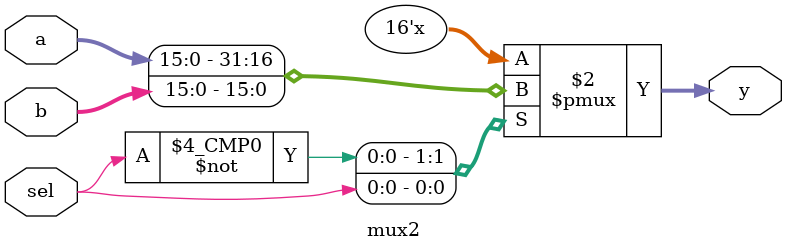
<source format=v>
module mux2(a, b, sel, y);

input [15:0] a, b;
input sel;
output reg [15:0] y;

always @ (*) begin
	case(sel) 
		1'b0 : begin
			y = a;
		end
		1'b1 : begin
			y = b;
		end
	endcase
end
endmodule
</source>
